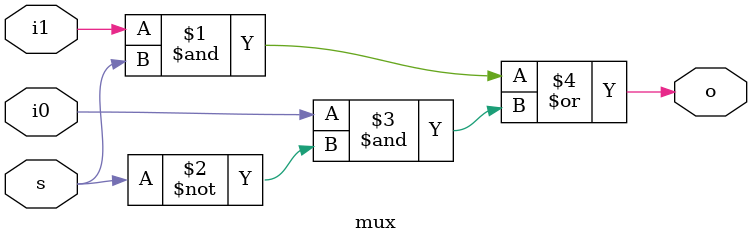
<source format=v>
module left_shift(in,shift,out);

	input [24:0]in;
	input [4:0]shift;
	output [24:0]out;

	wire [24:0]stage1,stage2,stage3,stage4;
	genvar i;

	// stage 1
	mux stage_1_0(1'b0,in[0],shift[0],stage1[0]);
	generate
		for(i=1;i<25;i=i+1)
			mux stage_1(in[i-1],in[i],shift[0],stage1[i]);
	endgenerate

	// stage 2
	mux stage_2_0(1'b0,stage1[0],shift[1],stage2[0]);
	mux stage_2_1(1'b0,stage1[1],shift[1],stage2[1]);
	generate
		for(i=2;i<25;i=i+1)
			mux stage_2(stage1[i-2],stage1[i],shift[1],stage2[i]);
	endgenerate

	// stage 3
	generate
		for(i=0;i<4;i=i+1)
			mux stage_3(1'b0,stage2[i],shift[2],stage3[i]);
	endgenerate
	generate
		for(i=4;i<25;i=i+1)
			mux stage_3(stage2[i-4],stage2[i],shift[2],stage3[i]);
	endgenerate

	// stage 4
	generate
		for(i=0;i<8;i=i+1)
			mux stage_4(1'b0,stage3[i],shift[3],stage4[i]);
	endgenerate
	generate
		for(i=8;i<25;i=i+1)
			mux stage_4(stage3[i-8],stage3[i],shift[3],stage4[i]);
	endgenerate

	// stage 5
	generate
		for(i=0;i<16;i=i+1)
			mux stage_5(1'b0,stage4[i],shift[4],out[i]);
	endgenerate
	generate
		for(i=16;i<25;i=i+1)
			mux stage_5(stage4[i-16],stage4[i],shift[4],out[i]);
	endgenerate

endmodule

module right_shift(in,shift,out);

	input [23:0]in;
	input [4:0]shift;
	output [23:0]out;

	wire [23:0]stage1,stage2,stage3,stage4;
	genvar i;

	// stage 1
	generate
		for(i=0;i<23;i=i+1)
			mux stage_1(in[i+1],in[i],shift[0],stage1[i]);
	endgenerate
	mux stage_1_24(1'b0,in[23],shift[0],stage1[23]);

	// stage 2
	generate
		for(i=0;i<22;i=i+1)
			mux stage_2(stage1[i+2],stage1[i],shift[1],stage2[i]);
	endgenerate
	mux stage_2_1(1'b0,stage1[22],shift[1],stage2[22]);
	mux stage_2_0(1'b0,stage1[23],shift[1],stage2[23]);

	// stage 3
	generate
		for(i=0;i<20;i=i+1)
			mux stage_3(stage2[i+4],stage2[i],shift[2],stage3[i]);
	endgenerate
	generate
		for(i=20;i<24;i=i+1)
			mux stage_3(1'b0,stage2[i],shift[2],stage3[i]);
	endgenerate

	// stage 4
	generate
		for(i=0;i<16;i=i+1)
			mux stage_4(stage3[i+8],stage3[i],shift[3],stage4[i]);
	endgenerate
	generate
		for(i=16;i<24;i=i+1)
			mux stage_4(1'b0,stage3[i],shift[3],stage4[i]);
	endgenerate

	// stage 5
	generate
		for(i=0;i<8;i=i+1)
			mux stage_5(stage4[i+16],stage4[i],shift[4],out[i]);
	endgenerate
	generate
		for(i=8;i<24;i=i+1)
			mux stage_5(1'b0,stage4[i],shift[4],out[i]);
	endgenerate

endmodule

module mux(i1,i0,s,o);

	input i0,i1,s;
	output o;

	assign o = (i1 & s) | (i0 & ~s);

endmodule
</source>
